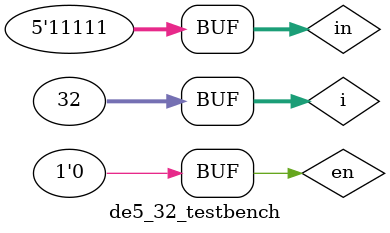
<source format=sv>
`timescale 1ns/10ps
module de5_32(in, en, out);

    input   logic [4:0] in;
    input   logic       en;
    output  logic [31:0] out;

    logic [1:0] ctrl_out;

    de1_2  decoder_ctrl (.in(in[4]), .en, .out(ctrl_out));
    de4_16 decoder0 (.in(in[3:0]), .en(ctrl_out[0]), .out(out[15:0]));
    de4_16 decoder1 (.in(in[3:0]), .en(ctrl_out[1]), .out(out[31:16]));

endmodule

module de5_32_testbench();

    logic [4:0] in;
    logic       en;
    logic [31:0] out;

    de5_32 dut (.in, .en, .out);

    integer i;
    initial begin
        in = 5'b00000; en = 0; #30;
        en = 1;
        for(i = 0; i < 32; i++) begin
            in = i; #15;
        end
        en = 0; #15;
        for(i = 0; i < 32; i++) begin
            in = i; #15;
        end
    end
endmodule
</source>
